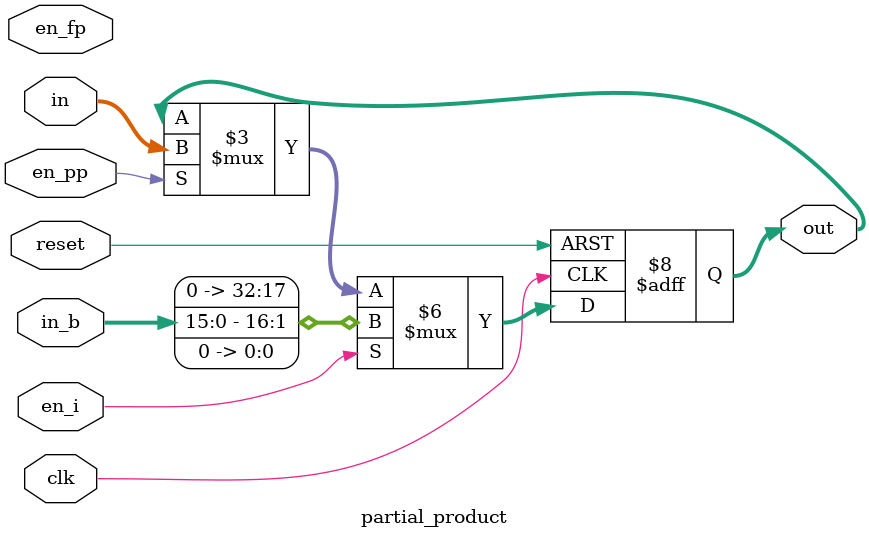
<source format=sv>
module partial_product #(
    parameter WIDTH_PP = 33,    // Partial Product Width 33-bit 
    parameter WIDTH_IN = 16     // Input width 16-bit
) (
    input logic [WIDTH_PP-1:0] in,
    input logic [WIDTH_IN-1:0] in_b,
    
    input logic                en_i,
    input logic                en_fp,
    input logic                en_pp,

    input logic                clk,
    input logic                reset,
    
    output logic [WIDTH_PP-1:0] out 
);

always_ff @( posedge clk or negedge reset ) begin
    if (!reset)begin
        out <= 0; 
    end
    else begin
        if (en_i) begin
            out <= {16'h0000, in_b, 1'b0};
        end else if (en_pp) begin
            out <= in;
        end
    end
end
    
endmodule

</source>
